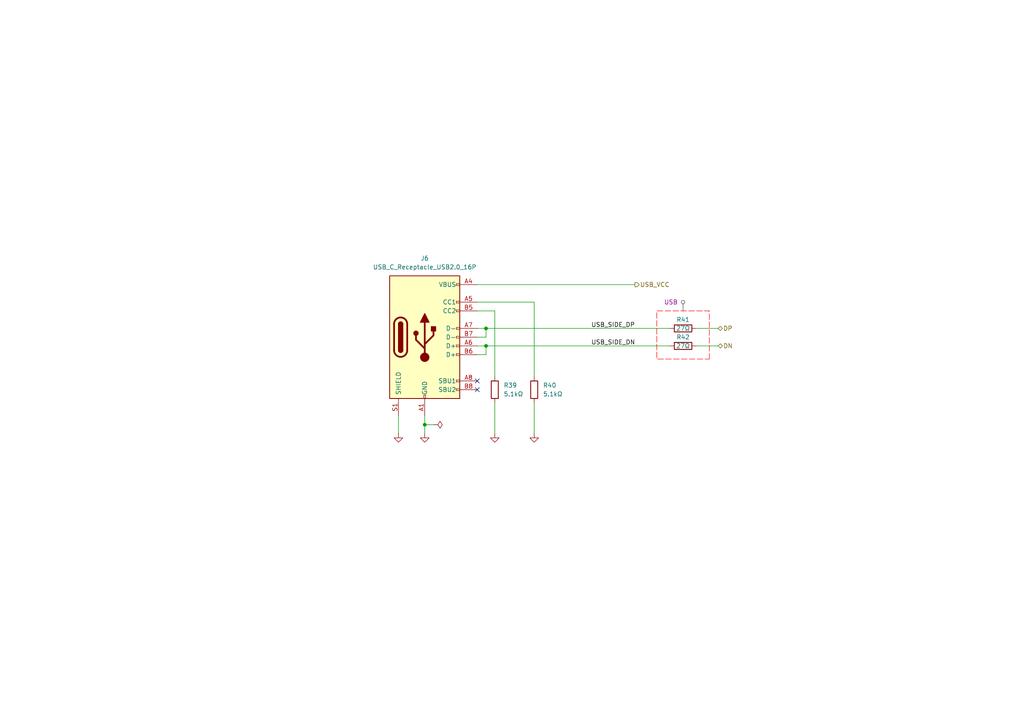
<source format=kicad_sch>
(kicad_sch (version 20250114) (generator "eeschema") (generator_version "9.0")
  (paper "A4")
  (lib_symbols
    (symbol "Connector:USB_C_Receptacle_USB2.0_16P" (pin_names (offset 1.016))
      (property "Reference" "J" (at 0 22.225 0))
      (property "Value" "USB_C_Receptacle_USB2.0_16P" (at 0 19.685 0))
      (symbol "USB_C_Receptacle_USB2.0_16P_0_0"
        (rectangle (start -0.254 -17.78) (end 0.254 -16.764))
        (rectangle (start 10.16 15.494) (end 9.144 14.986))
        (rectangle (start 10.16 10.414) (end 9.144 9.906))
        (rectangle (start 10.16 7.874) (end 9.144 7.366))
        (rectangle (start 10.16 2.794) (end 9.144 2.286))
        (rectangle (start 10.16 0.254) (end 9.144 -0.254))
        (rectangle (start 10.16 -2.286) (end 9.144 -2.794))
        (rectangle (start 10.16 -4.826) (end 9.144 -5.334))
        (rectangle (start 10.16 -12.446) (end 9.144 -12.954))
        (rectangle (start 10.16 -14.986) (end 9.144 -15.494))
      )
      (symbol "USB_C_Receptacle_USB2.0_16P_0_1"
        (rectangle (start -10.16 17.78) (end 10.16 -17.78) (stroke (width 0.254)) (fill (type background)))
        (polyline (pts (xy -8.89 -3.81) (xy -8.89 3.81)) (stroke (width 0.508)))
        (rectangle (start -7.62 -3.81) (end -6.35 3.81) (stroke (width 0.254)) (fill (type outline)))
        (arc (start -7.62 3.81) (mid -6.985 4.4423) (end -6.35 3.81) (stroke (width 0.254)))
        (arc (start -7.62 3.81) (mid -6.985 4.4423) (end -6.35 3.81) (stroke (width 0.254)) (fill (type outline)))
        (arc (start -8.89 3.81) (mid -6.985 5.7067) (end -5.08 3.81) (stroke (width 0.508)))
        (arc (start -5.08 -3.81) (mid -6.985 -5.7067) (end -8.89 -3.81) (stroke (width 0.508)))
        (arc (start -6.35 -3.81) (mid -6.985 -4.4423) (end -7.62 -3.81) (stroke (width 0.254)))
        (arc (start -6.35 -3.81) (mid -6.985 -4.4423) (end -7.62 -3.81) (stroke (width 0.254)) (fill (type outline)))
        (polyline (pts (xy -5.08 3.81) (xy -5.08 -3.81)) (stroke (width 0.508)))
        (circle (center -2.54 1.143) (radius 0.635) (stroke (width 0.254)) (fill (type outline)))
        (polyline (pts (xy -1.27 4.318) (xy 0 6.858) (xy 1.27 4.318) (xy -1.27 4.318)) (stroke (width 0.254)) (fill (type outline)))
        (polyline (pts (xy 0 -2.032) (xy 2.54 0.508) (xy 2.54 1.778)) (stroke (width 0.508)))
        (polyline (pts (xy 0 -3.302) (xy -2.54 -0.762) (xy -2.54 0.508)) (stroke (width 0.508)))
        (polyline (pts (xy 0 -5.842) (xy 0 4.318)) (stroke (width 0.508)))
        (circle (center 0 -5.842) (radius 1.27) (fill (type outline)))
        (rectangle (start 1.905 1.778) (end 3.175 3.048) (stroke (width 0.254)) (fill (type outline)))
      )
      (symbol "USB_C_Receptacle_USB2.0_16P_1_1"
        (pin passive line (at -7.62 -22.86 90) (length 5.08) (name "SHIELD") (number "S1"))
        (pin passive line (at 0 -22.86 90) (length 5.08) (name "GND") (number "A1"))
        (pin passive line (at 0 -22.86 90) (length 5.08) (hide yes) (name "GND") (number "A12"))
        (pin passive line (at 0 -22.86 90) (length 5.08) (hide yes) (name "GND") (number "B1"))
        (pin passive line (at 0 -22.86 90) (length 5.08) (hide yes) (name "GND") (number "B12"))
        (pin passive line (at 15.24 15.24 180) (length 5.08) (name "VBUS") (number "A4"))
        (pin passive line (at 15.24 15.24 180) (length 5.08) (hide yes) (name "VBUS") (number "A9"))
        (pin passive line (at 15.24 15.24 180) (length 5.08) (hide yes) (name "VBUS") (number "B4"))
        (pin passive line (at 15.24 15.24 180) (length 5.08) (hide yes) (name "VBUS") (number "B9"))
        (pin bidirectional line (at 15.24 10.16 180) (length 5.08) (name "CC1") (number "A5"))
        (pin bidirectional line (at 15.24 7.62 180) (length 5.08) (name "CC2") (number "B5"))
        (pin bidirectional line (at 15.24 2.54 180) (length 5.08) (name "D-") (number "A7"))
        (pin bidirectional line (at 15.24 0 180) (length 5.08) (name "D-") (number "B7"))
        (pin bidirectional line (at 15.24 -2.54 180) (length 5.08) (name "D+") (number "A6"))
        (pin bidirectional line (at 15.24 -5.08 180) (length 5.08) (name "D+") (number "B6"))
        (pin bidirectional line (at 15.24 -12.7 180) (length 5.08) (name "SBU1") (number "A8"))
        (pin bidirectional line (at 15.24 -15.24 180) (length 5.08) (name "SBU2") (number "B8"))
      )
    )
    (symbol "Device:R" (pin_numbers (hide yes)) (pin_names (offset 0))
      (property "Reference" "R" (at 2.032 0 90))
      (property "Value" "R" (at 0 0 90))
      (symbol "R_0_1"
        (rectangle (start -1.016 -2.54) (end 1.016 2.54) (stroke (width 0.254)))
      )
      (symbol "R_1_1"
        (pin passive line (at 0 3.81 270) (length 1.27) (name "~") (number "1"))
        (pin passive line (at 0 -3.81 90) (length 1.27) (name "~") (number "2"))
      )
    )
    (symbol "power:GND" (power) (pin_numbers (hide yes)) (pin_names (offset 0) (hide yes))
      (property "Value" "GND" (at 0 -3.81 0))
      (symbol "GND_0_1"
        (polyline (pts (xy 0 0) (xy 0 -1.27) (xy 1.27 -1.27) (xy 0 -2.54) (xy -1.27 -1.27) (xy 0 -1.27)))
      )
      (symbol "GND_1_1"
        (pin power_in line (at 0 0 270) (length 0) (name "~") (number "1"))
      )
    )
    (symbol "power:PWR_FLAG" (power) (pin_numbers (hide yes)) (pin_names (offset 0) (hide yes))
      (property "Value" "PWR_FLAG" (at 0 3.81 0))
      (symbol "PWR_FLAG_0_0"
        (pin power_out line (at 0 0 90) (length 0) (name "~") (number "1"))
      )
      (symbol "PWR_FLAG_0_1"
        (polyline (pts (xy 0 0) (xy 0 1.27) (xy -1.016 1.905) (xy 0 2.54) (xy 1.016 1.905) (xy 0 1.27)))
      )
    )
  )
  (junction (at 140.97 100.33))
  (junction (at 140.97 95.25))
  (junction (at 123.19 123.19))
  (no_connect (at 138.43 113.03))
  (no_connect (at 138.43 110.49))
  (wire (pts (xy 123.19 123.19) (xy 125.73 123.19)))
  (wire (pts (xy 123.19 120.65) (xy 123.19 123.19)))
  (wire (pts (xy 138.43 100.33) (xy 140.97 100.33)))
  (wire (pts (xy 201.93 95.25) (xy 208.28 95.25)))
  (wire (pts (xy 143.51 109.22) (xy 143.51 90.17)))
  (wire (pts (xy 140.97 97.79) (xy 140.97 95.25)))
  (wire (pts (xy 154.94 116.84) (xy 154.94 125.73)))
  (wire (pts (xy 201.93 100.33) (xy 208.28 100.33)))
  (wire (pts (xy 123.19 123.19) (xy 123.19 125.73)))
  (wire (pts (xy 154.94 87.63) (xy 138.43 87.63)))
  (wire (pts (xy 115.57 120.65) (xy 115.57 125.73)))
  (wire (pts (xy 138.43 95.25) (xy 140.97 95.25)))
  (wire (pts (xy 143.51 90.17) (xy 138.43 90.17)))
  (wire (pts (xy 154.94 109.22) (xy 154.94 87.63)))
  (wire (pts (xy 140.97 95.25) (xy 194.31 95.25)))
  (wire (pts (xy 143.51 116.84) (xy 143.51 125.73)))
  (wire (pts (xy 138.43 102.87) (xy 140.97 102.87)))
  (wire (pts (xy 140.97 102.87) (xy 140.97 100.33)))
  (wire (pts (xy 138.43 82.55) (xy 184.15 82.55)))
  (wire (pts (xy 138.43 97.79) (xy 140.97 97.79)))
  (wire (pts (xy 140.97 100.33) (xy 194.31 100.33)))
  (label "USB_SIDE_DN" (at 171.45 100.33 0))
  (label "USB_SIDE_DP" (at 171.45 95.25 0))
  (hierarchical_label "USB_VCC" (shape output) (at 184.15 82.55 0))
  (hierarchical_label "DN" (shape bidirectional) (at 208.28 100.33 0))
  (hierarchical_label "DP" (shape bidirectional) (at 208.28 95.25 0))
  (rule_area (polyline (pts (xy 205.74 104.14) (xy 205.74 90.17) (xy 190.5 90.17) (xy 190.5 104.14)) (stroke (width 0) (type dash))))
  (netclass_flag "" (length 2.54) (shape round) (at 198.12 90.17 0) (property "Netclass" "USB" (at 196.596 87.63 0) (effects (justify right))))
  (symbol (lib_id "power:GND") (at 143.51 125.73 0) (unit 1)
    (property "Reference" "#PWR067" (effects (hide yes)))
    (property "Value" "GND" (effects (hide yes)))
    (property "Description" "Power symbol creates a global label with name \"GND\" , ground" (effects (hide yes)))
  )
  (symbol (lib_id "Device:R") (at 198.12 95.25 90) (unit 1)
    (property "Reference" "R41" (at 198.12 92.71 90))
    (property "Value" "27Ω" (at 198.12 95.25 90))
    (property "Footprint" "Resistor_SMD:R_0805_2012Metric" (effects (hide yes)))
    (property "Description" "Resistor" (effects (hide yes)))
    (property "MPN" "R 27Ω 125mW 0805" (effects (hide yes)))
    (property "LCSC" "C17594" (effects (hide yes)))
  )
  (symbol (lib_id "Device:R") (at 198.12 100.33 90) (unit 1)
    (property "Reference" "R42" (at 198.12 97.79 90))
    (property "Value" "27Ω" (at 198.12 100.33 90))
    (property "Footprint" "Resistor_SMD:R_0805_2012Metric" (effects (hide yes)))
    (property "Description" "Resistor" (effects (hide yes)))
    (property "MPN" "R 27Ω 125mW 0805" (effects (hide yes)))
    (property "LCSC" "C17594" (effects (hide yes)))
  )
  (symbol (lib_id "Device:R") (at 154.94 113.03 0) (unit 1)
    (property "Reference" "R40" (at 157.48 111.7599 0) (effects (justify left)))
    (property "Value" "5.1kΩ" (at 157.48 114.2999 0) (effects (justify left)))
    (property "Footprint" "Resistor_SMD:R_0805_2012Metric" (effects (hide yes)))
    (property "Description" "Resistor" (effects (hide yes)))
    (property "MPN" "R 5.1kΩ 125mW 0805" (effects (hide yes)))
    (property "LCSC" "C27834" (effects (hide yes)))
  )
  (symbol (lib_id "power:GND") (at 123.19 125.73 0) (unit 1)
    (property "Reference" "#PWR066" (effects (hide yes)))
    (property "Value" "GND" (effects (hide yes)))
    (property "Description" "Power symbol creates a global label with name \"GND\" , ground" (effects (hide yes)))
  )
  (symbol (lib_id "Device:R") (at 143.51 113.03 0) (unit 1)
    (property "Reference" "R39" (at 146.05 111.7599 0) (effects (justify left)))
    (property "Value" "5.1kΩ" (at 146.05 114.2999 0) (effects (justify left)))
    (property "Footprint" "Resistor_SMD:R_0805_2012Metric" (effects (hide yes)))
    (property "Description" "Resistor" (effects (hide yes)))
    (property "MPN" "R 5.1kΩ 125mW 0805" (effects (hide yes)))
    (property "LCSC" "C27834" (effects (hide yes)))
  )
  (symbol (lib_id "power:GND") (at 115.57 125.73 0) (unit 1)
    (property "Reference" "#PWR065" (effects (hide yes)))
    (property "Value" "GND" (effects (hide yes)))
    (property "Description" "Power symbol creates a global label with name \"GND\" , ground" (effects (hide yes)))
  )
  (symbol (lib_id "power:PWR_FLAG") (at 125.73 123.19 270) (unit 1)
    (property "Reference" "#FLG05" (effects (hide yes)))
    (property "Value" "PWR_FLAG" (effects (hide yes)))
    (property "Description" "Special symbol for telling ERC where power comes from" (effects (hide yes)))
  )
  (symbol (lib_id "Connector:USB_C_Receptacle_USB2.0_16P") (at 123.19 97.79 0) (unit 1)
    (property "Reference" "J6" (at 123.19 74.93 0))
    (property "Value" "USB_C_Receptacle_USB2.0_16P" (at 123.19 77.47 0))
    (property "Footprint" "Connector_USB:USB_C_Receptacle_G-Switch_GT-USB-7010ASV" (effects (hide yes)))
    (property "Datasheet" "https://www.usb.org/sites/default/files/documents/usb_type-c.zip" (effects (hide yes)))
    (property "Description" "USB 2.0-only 16P Type-C Receptacle connector" (effects (hide yes)))
    (property "LCSC" "C2765186" (effects (hide yes)))
    (property "MPN" "TYPE-C 16PIN 2MD(073)" (effects (hide yes)))
  )
  (symbol (lib_id "power:GND") (at 154.94 125.73 0) (unit 1)
    (property "Reference" "#PWR068" (effects (hide yes)))
    (property "Value" "GND" (effects (hide yes)))
    (property "Description" "Power symbol creates a global label with name \"GND\" , ground" (effects (hide yes)))
  )
)
</source>
